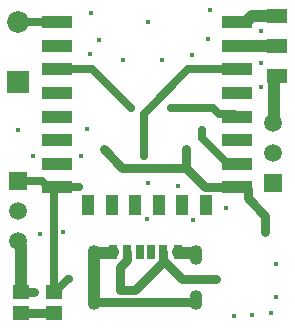
<source format=gtl>
G04*
G04 #@! TF.GenerationSoftware,Altium Limited,Altium Designer,21.6.1 (37)*
G04*
G04 Layer_Physical_Order=1*
G04 Layer_Color=255*
%FSLAX24Y24*%
%MOIN*%
G70*
G04*
G04 #@! TF.SameCoordinates,2CDDA2BD-A9AE-4566-A957-8AB6CD1B29DF*
G04*
G04*
G04 #@! TF.FilePolarity,Positive*
G04*
G01*
G75*
%ADD14R,0.0315X0.0472*%
%ADD15R,0.0276X0.0472*%
%ADD16R,0.0299X0.0472*%
%ADD17R,0.0700X0.0500*%
%ADD18R,0.0551X0.0472*%
%ADD19R,0.0433X0.0709*%
%ADD20R,0.1024X0.0433*%
%ADD34C,0.0250*%
%ADD35C,0.0300*%
%ADD36C,0.0400*%
%ADD37O,0.0433X0.0669*%
%ADD38C,0.0591*%
%ADD39R,0.0591X0.0591*%
%ADD40C,0.0728*%
%ADD41R,0.0728X0.0728*%
%ADD42C,0.0157*%
D14*
X3867Y2646D02*
D03*
X6032D02*
D03*
D15*
X4752D02*
D03*
X5146D02*
D03*
D16*
X5548D02*
D03*
X4351D02*
D03*
D17*
X9350Y8500D02*
D03*
Y9500D02*
D03*
Y10500D02*
D03*
D18*
X1900Y1309D02*
D03*
Y600D02*
D03*
X800Y1309D02*
D03*
Y600D02*
D03*
D19*
X6969Y4199D02*
D03*
X6181D02*
D03*
X5394D02*
D03*
X4606D02*
D03*
X3819D02*
D03*
X3031D02*
D03*
D20*
X7992Y10301D02*
D03*
Y9514D02*
D03*
Y8726D02*
D03*
Y7939D02*
D03*
Y7152D02*
D03*
Y6364D02*
D03*
Y5577D02*
D03*
Y4789D02*
D03*
X2008Y4789D02*
D03*
X2008Y5577D02*
D03*
Y6364D02*
D03*
Y7152D02*
D03*
Y7939D02*
D03*
Y8726D02*
D03*
Y9514D02*
D03*
Y10301D02*
D03*
D34*
X1900Y4789D02*
X2008D01*
X1900Y4698D02*
Y4789D01*
X1713D02*
X2008D01*
X1900Y1309D02*
X1939D01*
X2381Y1750D01*
X2400D01*
X2008Y4789D02*
X2019Y4800D01*
X2750D01*
X4900Y5825D02*
Y7250D01*
X6376Y8726D01*
X7992D01*
X5800Y7450D02*
X7200D01*
X7407Y7243D01*
X7901D01*
X7992Y7152D01*
X3174Y8726D02*
X4478Y7422D01*
X2008Y8726D02*
X3174D01*
X6850Y6424D02*
Y6700D01*
X7697Y5577D02*
X7992D01*
X6850Y6424D02*
X7697Y5577D01*
X2007Y10301D02*
X2008Y10301D01*
X700Y10300D02*
X701Y10301D01*
X2007D01*
X1502Y5000D02*
X1713Y4789D01*
X700Y5000D02*
X1502D01*
X1900Y1309D02*
Y4698D01*
D35*
X5547Y2646D02*
X5548Y2645D01*
X5547Y2646D02*
X5547Y2646D01*
X5547Y2646D02*
X5548Y2645D01*
X5547Y2646D02*
X5548Y2645D01*
X5547Y2646D02*
X5547Y2646D01*
X5547Y2646D02*
X5548Y2645D01*
X3310Y975D02*
X6623D01*
X3248Y1036D02*
X3310Y975D01*
X3248Y1036D02*
Y1050D01*
X6623Y975D02*
X6650Y948D01*
Y1050D01*
X800Y1309D02*
X1241D01*
X8950Y3300D02*
Y3832D01*
X7992Y4789D02*
X8287D01*
X8354Y4723D01*
Y4428D02*
Y4723D01*
Y4428D02*
X8950Y3832D01*
X6300Y5450D02*
X6947Y4803D01*
X7978D01*
X4183Y5450D02*
X6300D01*
X5548Y2383D02*
Y2645D01*
Y2383D02*
X6181Y1750D01*
X7300D01*
X4100Y1375D02*
Y2132D01*
X4351Y2383D02*
Y2646D01*
X4104Y1379D02*
X4606D01*
X5547Y2320D01*
X4100Y2132D02*
X4351Y2383D01*
X3567Y6067D02*
Y6074D01*
Y6067D02*
X4183Y5450D01*
X6300D02*
Y6075D01*
X7978Y4803D02*
X7992Y4789D01*
X800Y600D02*
X1900D01*
X5547Y2320D02*
Y2646D01*
D36*
X800Y1309D02*
Y2848D01*
X6068Y2610D02*
X6635D01*
X6650Y2546D02*
Y2595D01*
X6032Y2646D02*
X6068Y2610D01*
X6635D02*
X6650Y2595D01*
X7999Y9507D02*
X9343D01*
X9350Y9500D01*
X7992Y9514D02*
X7999Y9507D01*
X8287Y10301D02*
X8486Y10500D01*
X7992Y10301D02*
X8287D01*
X8486Y10500D02*
X9350D01*
X9286Y8500D02*
X9350D01*
X9200Y6950D02*
X9236Y6986D01*
Y8450D01*
X9286Y8500D01*
X700Y2948D02*
X800Y2848D01*
X700Y2948D02*
Y3000D01*
X3248Y1050D02*
Y2546D01*
X3264Y2610D02*
X3830D01*
X3248Y2595D02*
X3264Y2610D01*
X3248Y2546D02*
Y2595D01*
X3830Y2610D02*
X3867Y2646D01*
D37*
X6650Y2546D02*
D03*
X3248Y1050D02*
D03*
Y2546D02*
D03*
X6650Y1050D02*
D03*
D38*
X9200Y6950D02*
D03*
Y5950D02*
D03*
X700Y3000D02*
D03*
Y4000D02*
D03*
D39*
X9200Y4950D02*
D03*
X700Y5000D02*
D03*
D40*
Y10300D02*
D03*
D41*
Y8300D02*
D03*
D42*
X5050Y10300D02*
D03*
X8800Y8150D02*
D03*
Y8950D02*
D03*
Y10000D02*
D03*
X3100Y9250D02*
D03*
X1200Y5850D02*
D03*
X2800D02*
D03*
X6550Y3700D02*
D03*
X7650Y4100D02*
D03*
X5000Y3750D02*
D03*
X2200Y3300D02*
D03*
X1450Y3250D02*
D03*
X8500Y550D02*
D03*
X7900Y500D02*
D03*
X9150Y600D02*
D03*
X9300Y1150D02*
D03*
Y2250D02*
D03*
X6050Y4850D02*
D03*
X5050Y4950D02*
D03*
X3000Y6750D02*
D03*
X700Y6700D02*
D03*
X7100Y10700D02*
D03*
X7050Y9750D02*
D03*
X6500Y9200D02*
D03*
X5500Y9050D02*
D03*
X4200D02*
D03*
X3400Y9700D02*
D03*
X3150Y10600D02*
D03*
X1241Y1309D02*
D03*
X8950Y3300D02*
D03*
X7300Y1750D02*
D03*
X2400D02*
D03*
X4100Y1375D02*
D03*
X2750Y4800D02*
D03*
X3567Y6074D02*
D03*
X4900Y5825D02*
D03*
X5800Y7450D02*
D03*
X4478Y7422D02*
D03*
X6300Y6075D02*
D03*
X6850Y6700D02*
D03*
M02*

</source>
